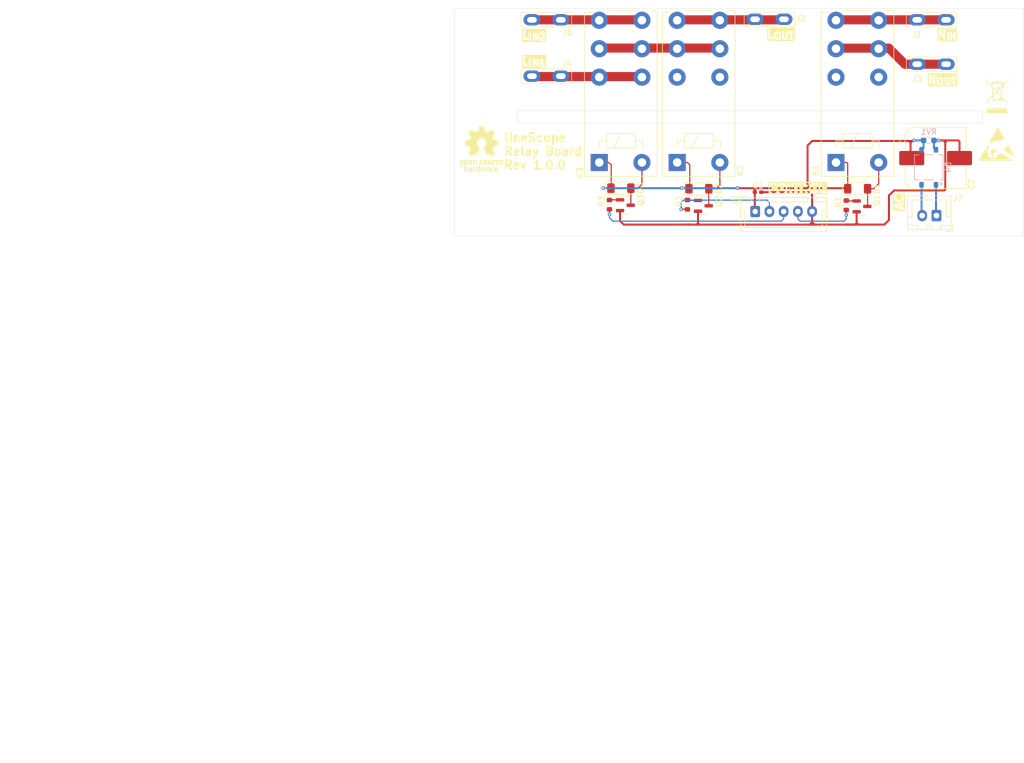
<source format=kicad_pcb>
(kicad_pcb (version 20240108) (generator "pcbnew") (generator_version "8.0")
  (title_block (title "lineScope Relay Board") (date "2024-03-21") (rev "1.0.0") (company "Koszalix"))
  (layers (0 "F.Cu" signal) (31 "B.Cu" signal) (34 "B.Paste" user) (35 "F.Paste" user) (36 "B.SilkS" user "B.Silkscreen") (37 "F.SilkS" user "F.Silkscreen") (38 "B.Mask" user) (39 "F.Mask" user) (44 "Edge.Cuts" user))
  (net 0 "")
  (net 1 "GND")
  (net 2 "VCC")
  (net 3 "Net-(D1-A)")
  (net 4 "Net-(D2-A)")
  (net 5 "/HV.N_{OUT}")
  (net 6 "/HV.L_{OUT}")
  (net 7 "/HV.L_{IN_{1}}")
  (net 8 "/HV.L_{IN2}")
  (net 11 "/HV.LS")
  (net 12 "/HV.N_{IN}")
  (net 15 "Net-(D3-A)")
  (net 16 "Net-(Q1-B)")
  (net 17 "Net-(Q2-B)")
  (net 18 "Net-(Q3-B)")
  (net 19 "/N_{EN}")
  (net 20 "/L_{EN}")
  (net 21 "/SEL")
  (net 22 "Net-(J7-Pin_1)")
  (net 23 "Net-(J7-Pin_2)")
  (footprint "Diode_SMD:D_MiniMELF" (layer "F.Cu") (at 169 87.8)
    (property "Reference" "D1" (at 3.4 0 90) (layer "F.SilkS"))
    (property "Value" "LL103A")
    (pad "1" smd roundrect (at -1.75 0) (size 1.3 1.7) (layers "F.Cu" "F.Paste" "F.Mask") (roundrect_rratio 0.1923076923) (net 2 "VCC"))
    (pad "2" smd roundrect (at 1.75 0) (size 1.3 1.7) (layers "F.Cu" "F.Paste" "F.Mask") (roundrect_rratio 0.1923076923) (net 3 "Net-(D1-A)"))
  )
  (footprint "Package_TO_SOT_SMD:SOT-23" (layer "F.Cu") (at 141.89 90.8)
    (property "Reference" "Q2" (at 2.71 -0.8 90) (layer "F.SilkS"))
    (property "Value" "BC847")
    (pad "1" smd roundrect (at -0.9375 -0.95) (size 1.475 0.6) (layers "F.Cu" "F.Paste" "F.Mask") (net 17 "Net-(Q2-B)"))
    (pad "2" smd roundrect (at -0.9375 0.95) (size 1.475 0.6) (layers "F.Cu" "F.Paste" "F.Mask") (net 1 "GND"))
    (pad "3" smd roundrect (at 0.9375 0) (size 1.475 0.6) (layers "F.Cu" "F.Paste" "F.Mask") (net 4 "Net-(D2-A)"))
  )
  (footprint "Capacitor_SMD:C_0402_1005Metric_Pad0.74x0.62mm_HandSolder" (layer "F.Cu") (at 151.5 88.4)
    (property "Reference" "C1" (at 0 -1.16 0) (layer "F.SilkS"))
    (property "Value" "100n")
    (pad "1" smd roundrect (at -0.5675 0) (size 0.735 0.62) (layers "F.Cu" "F.Paste" "F.Mask") (net 2 "VCC"))
    (pad "2" smd roundrect (at 0.5675 0) (size 0.735 0.62) (layers "F.Cu" "F.Paste" "F.Mask") (net 1 "GND"))
  )
  (footprint "Package_TO_SOT_SMD:SOT-23" (layer "F.Cu") (at 169.7625 90.9)
    (property "Reference" "Q1" (at 2.6375 -1.1 -90) (layer "F.SilkS"))
    (property "Value" "BC847")
    (pad "1" smd roundrect (at -0.9375 -0.95) (size 1.475 0.6) (layers "F.Cu" "F.Paste" "F.Mask") (net 16 "Net-(Q1-B)"))
    (pad "2" smd roundrect (at -0.9375 0.95) (size 1.475 0.6) (layers "F.Cu" "F.Paste" "F.Mask") (net 1 "GND"))
    (pad "3" smd roundrect (at 0.9375 0) (size 1.475 0.6) (layers "F.Cu" "F.Paste" "F.Mask") (net 3 "Net-(D1-A)"))
  )
  (footprint "Resistor_SMD:R_0603_1608Metric" (layer "F.Cu") (at 125.39 90.6 -90)
    (property "Reference" "R3" (at -0.6 1.39 90) (layer "F.SilkS"))
    (property "Value" "10k")
    (pad "1" smd roundrect (at -0.825 0 270) (size 0.8 0.95) (layers "F.Cu" "F.Paste" "F.Mask") (net 18 "Net-(Q3-B)"))
    (pad "2" smd roundrect (at 0.825 0 270) (size 0.8 0.95) (layers "F.Cu" "F.Paste" "F.Mask") (net 21 "/SEL"))
  )
  (footprint "Koszalix_Connectors_Tab:TE-1-726388-2" (layer "F.Cu") (at 153.51 58)
    (property "Reference" "J2" (at 5.5 -0.1 0) (layer "F.SilkS"))
    (property "Value" "~")
    (pad "1" thru_hole oval (at -2.54 0) (size 3 2) (drill oval 1.7 1) (layers "*.Cu" "*.Mask") (net 6 "/HV.L_{OUT}"))
    (pad "1" thru_hole oval (at 2.54 0) (size 3 2) (drill oval 1.7 1) (layers "*.Cu" "*.Mask") (net 6 "/HV.L_{OUT}"))
  )
  (footprint "Package_TO_SOT_SMD:SOT-23" (layer "F.Cu") (at 128.19 90.7)
    (property "Reference" "Q3" (at 2.71 -0.9 90) (layer "F.SilkS"))
    (property "Value" "BC847")
    (pad "1" smd roundrect (at -0.9375 -0.95) (size 1.475 0.6) (layers "F.Cu" "F.Paste" "F.Mask") (net 18 "Net-(Q3-B)"))
    (pad "2" smd roundrect (at -0.9375 0.95) (size 1.475 0.6) (layers "F.Cu" "F.Paste" "F.Mask") (net 1 "GND"))
    (pad "3" smd roundrect (at 0.9375 0) (size 1.475 0.6) (layers "F.Cu" "F.Paste" "F.Mask") (net 15 "Net-(D3-A)"))
  )
  (footprint "Koszalix_Connectors_Tab:TE-1-726388-2" (layer "F.Cu") (at 182.01 65.9)
    (property "Reference" "J3" (at -2.54 2.54 0) (layer "F.SilkS"))
    (property "Value" "~")
    (pad "1" thru_hole oval (at -2.54 0) (size 3 2) (drill oval 1.7 1) (layers "*.Cu" "*.Mask") (net 5 "/HV.N_{OUT}"))
    (pad "1" thru_hole oval (at 2.54 0) (size 3 2) (drill oval 1.7 1) (layers "*.Cu" "*.Mask") (net 5 "/HV.N_{OUT}"))
  )
  (footprint "MountingHole:MountingHole_3.2mm_M3" (layer "F.Cu") (at 193.11 61.1)
    (property "Reference" "H2" (hide yes))
    (property "Value" "MountingHole")
    (pad "" np_thru_hole circle (at 0 0) (size 3.2 3.2) (drill 3.2) (layers "*.Cu" "*.Mask"))
  )
  (footprint "Capacitor_SMD:CP_Elec_10x10.5" (layer "F.Cu") (at 182.7 82.4)
    (property "Reference" "C2" (at 6.3 4.6 90) (layer "F.SilkS"))
    (property "Value" "470u")
    (pad "1" smd roundrect (at -4.2 0) (size 4.4 2.5) (layers "F.Cu" "F.Paste" "F.Mask") (roundrect_rratio 0.1) (net 2 "VCC"))
    (pad "2" smd roundrect (at 4.2 0) (size 4.4 2.5) (layers "F.Cu" "F.Paste" "F.Mask") (roundrect_rratio 0.1) (net 1 "GND"))
  )
  (footprint "Symbol:OSHW-Logo_7.5x8mm_SilkScreen" (layer "F.Cu") (at 102.91 80.8)
    (property "Reference" "REF**" (hide yes))
    (property "Value" "OSHW-Logo_7.5x8mm_SilkScreen" (hide yes))
  )
  (footprint "Resistor_SMD:R_0603_1608Metric" (layer "F.Cu") (at 167 90.7 -90)
    (property "Reference" "R1" (at -0.6 1.4 90) (layer "F.SilkS"))
    (property "Value" "10k")
    (pad "1" smd roundrect (at -0.825 0 270) (size 0.8 0.95) (layers "F.Cu" "F.Paste" "F.Mask") (net 16 "Net-(Q1-B)"))
    (pad "2" smd roundrect (at 0.825 0 270) (size 0.8 0.95) (layers "F.Cu" "F.Paste" "F.Mask") (net 19 "/N_{EN}"))
  )
  (footprint "Resistor_SMD:R_0603_1608Metric" (layer "F.Cu") (at 139.09 90.6 -90)
    (property "Reference" "R2" (at -0.6 1.39 90) (layer "F.SilkS"))
    (property "Value" "10k")
    (pad "1" smd roundrect (at -0.825 0 270) (size 0.8 0.95) (layers "F.Cu" "F.Paste" "F.Mask") (net 17 "Net-(Q2-B)"))
    (pad "2" smd roundrect (at 0.825 0 270) (size 0.8 0.95) (layers "F.Cu" "F.Paste" "F.Mask") (net 20 "/L_{EN}"))
  )
  (footprint "Diode_SMD:D_MiniMELF" (layer "F.Cu") (at 127.4 87.7)
    (property "Reference" "D3" (at 3.4 0 90) (layer "F.SilkS"))
    (property "Value" "LL103A")
    (pad "1" smd roundrect (at -1.75 0) (size 1.3 1.7) (layers "F.Cu" "F.Paste" "F.Mask") (roundrect_rratio 0.1923076923) (net 2 "VCC"))
    (pad "2" smd roundrect (at 1.75 0) (size 1.3 1.7) (layers "F.Cu" "F.Paste" "F.Mask") (roundrect_rratio 0.1923076923) (net 15 "Net-(D3-A)"))
  )
  (footprint "Koszalix_Relays:RM85_Socket" (layer "F.Cu") (at 169.01 72.1 90)
    (property "Reference" "K1" (at -12.5 -7.41 90) (layer "F.SilkS"))
    (property "Value" "RM85-1011-35-1012")
    (pad "11" thru_hole circle (at 8.92 -3.81 90) (size 3 3) (drill 1.5) (layers "*.Cu" "*.Mask") (net 5 "/HV.N_{OUT}"))
    (pad "12" thru_hole circle (at 3.92 -3.81 90) (size 3 3) (drill 1.5) (layers "*.Cu" "*.Mask"))
    (pad "14" thru_hole circle (at 13.92 -3.81 90) (size 3 3) (drill 1.5) (layers "*.Cu" "*.Mask") (net 12 "/HV.N_{IN}"))
    (pad "21" thru_hole circle (at 8.92 3.69 90) (size 3 3) (drill 1.5) (layers "*.Cu" "*.Mask") (net 5 "/HV.N_{OUT}"))
    (pad "22" thru_hole circle (at 3.92 3.69 90) (size 3 3) (drill 1.5) (layers "*.Cu" "*.Mask"))
    (pad "24" thru_hole circle (at 13.92 3.69 90) (size 3 3) (drill 1.5) (layers "*.Cu" "*.Mask") (net 12 "/HV.N_{IN}"))
    (pad "A1" thru_hole rect (at -11.08 -3.81 90) (size 3 3) (drill 1.5) (layers "*.Cu" "*.Mask") (net 2 "VCC"))
    (pad "A2" thru_hole circle (at -11.08 3.69 90) (size 3 3) (drill 1.5) (layers "*.Cu" "*.Mask") (net 3 "Net-(D1-A)"))
  )
  (footprint "Koszalix_Relays:RM85_Socket" (layer "F.Cu") (at 127.41 72.1 90)
    (property "Reference" "K3" (at -12.9 -7.21 90) (layer "F.SilkS"))
    (property "Value" "RM85-1011-35-1012")
    (pad "11" thru_hole circle (at 8.92 -3.81 90) (size 3 3) (drill 1.5) (layers "*.Cu" "*.Mask") (net 11 "/HV.LS"))
    (pad "12" thru_hole circle (at 3.92 -3.81 90) (size 3 3) (drill 1.5) (layers "*.Cu" "*.Mask") (net 7 "/HV.L_{IN_{1}}"))
    (pad "14" thru_hole circle (at 13.92 -3.81 90) (size 3 3) (drill 1.5) (layers "*.Cu" "*.Mask") (net 8 "/HV.L_{IN2}"))
    (pad "21" thru_hole circle (at 8.92 3.69 90) (size 3 3) (drill 1.5) (layers "*.Cu" "*.Mask") (net 11 "/HV.LS"))
    (pad "22" thru_hole circle (at 3.92 3.69 90) (size 3 3) (drill 1.5) (layers "*.Cu" "*.Mask") (net 7 "/HV.L_{IN_{1}}"))
    (pad "24" thru_hole circle (at 13.92 3.69 90) (size 3 3) (drill 1.5) (layers "*.Cu" "*.Mask") (net 8 "/HV.L_{IN2}"))
    (pad "A1" thru_hole rect (at -11.08 -3.81 90) (size 3 3) (drill 1.5) (layers "*.Cu" "*.Mask") (net 2 "VCC"))
    (pad "A2" thru_hole circle (at -11.08 3.69 90) (size 3 3) (drill 1.5) (layers "*.Cu" "*.Mask") (net 15 "Net-(D3-A)"))
  )
  (footprint "Koszalix_Connectors_Tab:TE-1-726388-2" (layer "F.Cu") (at 114.31 68)
    (property "Reference" "J4" (at 3.6 -2.2 0) (layer "F.SilkS"))
    (property "Value" "~")
    (pad "1" thru_hole oval (at -2.54 0) (size 3 2) (drill oval 1.7 1) (layers "*.Cu" "*.Mask") (net 7 "/HV.L_{IN_{1}}"))
    (pad "1" thru_hole oval (at 2.54 0) (size 3 2) (drill oval 1.7 1) (layers "*.Cu" "*.Mask") (net 7 "/HV.L_{IN_{1}}"))
  )
  (footprint "Koszalix_Connectors_Tab:TE-1-726388-2" (layer "F.Cu") (at 182.01 58.1)
    (property "Reference" "J1" (at -2.54 2.54 0) (layer "F.SilkS"))
    (property "Value" "~")
    (pad "1" thru_hole oval (at -2.54 0) (size 3 2) (drill oval 1.7 1) (layers "*.Cu" "*.Mask") (net 12 "/HV.N_{IN}"))
    (pad "1" thru_hole oval (at 2.54 0) (size 3 2) (drill oval 1.7 1) (layers "*.Cu" "*.Mask") (net 12 "/HV.N_{IN}"))
  )
  (footprint "Connector_JST:JST_XH_B2B-XH-A_1x02_P2.50mm_Vertical" (layer "F.Cu") (at 182.85 92.525 180)
    (property "Reference" "J7" (at -3.75 3.025 180) (layer "F.SilkS"))
    (property "Value" "Conn_01x02")
    (pad "1" thru_hole roundrect (at 0 0 180) (size 1.7 2) (drill 1) (layers "*.Cu" "*.Mask") (roundrect_rratio 0.147059) (net 22 "Net-(J7-Pin_1)"))
    (pad "2" thru_hole oval (at 2.5 0 180) (size 1.7 2) (drill 1) (layers "*.Cu" "*.Mask") (net 23 "Net-(J7-Pin_2)"))
  )
  (footprint "Connector_JST:JST_XH_B5B-XH-A_1x05_P2.50mm_Vertical" (layer "F.Cu") (at 151 91.8)
    (property "Reference" "J5" (at -3.7 -2 90) (layer "F.SilkS"))
    (property "Value" "Conn_01x05")
    (pad "1" thru_hole roundrect (at 0 0) (size 1.7 1.95) (drill 0.95) (layers "*.Cu" "*.Mask") (roundrect_rratio 0.147059) (net 2 "VCC"))
    (pad "2" thru_hole oval (at 2.5 0) (size 1.7 1.95) (drill 0.95) (layers "*.Cu" "*.Mask") (net 20 "/L_{EN}"))
    (pad "3" thru_hole oval (at 5 0) (size 1.7 1.95) (drill 0.95) (layers "*.Cu" "*.Mask") (net 21 "/SEL"))
    (pad "4" thru_hole oval (at 7.5 0) (size 1.7 1.95) (drill 0.95) (layers "*.Cu" "*.Mask") (net 19 "/N_{EN}"))
    (pad "5" thru_hole oval (at 10 0) (size 1.7 1.95) (drill 0.95) (layers "*.Cu" "*.Mask") (net 1 "GND"))
  )
  (footprint "MountingHole:MountingHole_3.2mm_M3" (layer "F.Cu") (at 103.11 61.1)
    (property "Reference" "H4" (hide yes))
    (property "Value" "MountingHole")
    (pad "" np_thru_hole circle (at 0 0) (size 3.2 3.2) (drill 3.2) (layers "*.Cu" "*.Mask"))
  )
  (footprint "Symbol:WEEE-Logo_4.2x6mm_SilkScreen" (layer "F.Cu") (at 193.5 71.5)
    (property "Reference" "REF**" (hide yes))
    (property "Value" "WEEE-Logo_4.2x6mm_SilkScreen" (hide yes))
  )
  (footprint "Koszalix_Connectors_Tab:TE-1-726388-2" (layer "F.Cu") (at 114.31 58.1)
    (property "Reference" "J6" (at 3.7 2.2 0) (layer "F.SilkS"))
    (property "Value" "~")
    (pad "1" thru_hole oval (at -2.54 0) (size 3 2) (drill oval 1.7 1) (layers "*.Cu" "*.Mask") (net 8 "/HV.L_{IN2}"))
    (pad "1" thru_hole oval (at 2.54 0) (size 3 2) (drill oval 1.7 1) (layers "*.Cu" "*.Mask") (net 8 "/HV.L_{IN2}"))
  )
  (footprint "Symbol:ESD-Logo_6.6x6mm_SilkScreen" (layer "F.Cu") (at 193.5 79.9)
    (property "Reference" "REF**" (hide yes))
    (property "Value" "ESD-Logo_6.6x6mm_SilkScreen" (hide yes))
  )
  (footprint "Koszalix_Relays:RM85_Socket" (layer "F.Cu") (at 141.1 72.1 90)
    (property "Reference" "K2" (at -12.5 7.3 90) (layer "F.SilkS"))
    (property "Value" "RM85-1011-35-1012")
    (pad "11" thru_hole circle (at 8.92 -3.81 90) (size 3 3) (drill 1.5) (layers "*.Cu" "*.Mask") (net 11 "/HV.LS"))
    (pad "12" thru_hole circle (at 3.92 -3.81 90) (size 3 3) (drill 1.5) (layers "*.Cu" "*.Mask"))
    (pad "14" thru_hole circle (at 13.92 -3.81 90) (size 3 3) (drill 1.5) (layers "*.Cu" "*.Mask") (net 6 "/HV.L_{OUT}"))
    (pad "21" thru_hole circle (at 8.92 3.69 90) (size 3 3) (drill 1.5) (layers "*.Cu" "*.Mask") (net 11 "/HV.LS"))
    (pad "22" thru_hole circle (at 3.92 3.69 90) (size 3 3) (drill 1.5) (layers "*.Cu" "*.Mask"))
    (pad "24" thru_hole circle (at 13.92 3.69 90) (size 3 3) (drill 1.5) (layers "*.Cu" "*.Mask") (net 6 "/HV.L_{OUT}"))
    (pad "A1" thru_hole rect (at -11.08 -3.81 90) (size 3 3) (drill 1.5) (layers "*.Cu" "*.Mask") (net 2 "VCC"))
    (pad "A2" thru_hole circle (at -11.08 3.69 90) (size 3 3) (drill 1.5) (layers "*.Cu" "*.Mask") (net 4 "Net-(D2-A)"))
  )
  (footprint "MountingHole:MountingHole_3.2mm_M3" (layer "F.Cu") (at 193.11 91.1)
    (property "Reference" "H1" (hide yes))
    (property "Value" "MountingHole")
    (pad "" np_thru_hole circle (at 0 0) (size 3.2 3.2) (drill 3.2) (layers "*.Cu" "*.Mask"))
  )
  (footprint "MountingHole:MountingHole_3.2mm_M3" (layer "F.Cu") (at 155.11 68.1)
    (property "Reference" "H5" (hide yes))
    (property "Value" "MountingHole")
    (pad "" np_thru_hole circle (at 0 0) (size 3.2 3.2) (drill 3.2) (layers "*.Cu" "*.Mask"))
  )
  (footprint "Diode_SMD:D_MiniMELF" (layer "F.Cu") (at 141.1 87.8)
    (property "Reference" "D2" (at 3.5 0 90) (layer "F.SilkS"))
    (property "Value" "LL103A")
    (pad "1" smd roundrect (at -1.75 0) (size 1.3 1.7) (layers "F.Cu" "F.Paste" "F.Mask") (roundrect_rratio 0.1923076923) (net 2 "VCC"))
    (pad "2" smd roundrect (at 1.75 0) (size 1.3 1.7) (layers "F.Cu" "F.Paste" "F.Mask") (roundrect_rratio 0.1923076923) (net 4 "Net-(D2-A)"))
  )
  (footprint "MountingHole:MountingHole_3.2mm_M3" (layer "F.Cu") (at 103.11 91.1)
    (property "Reference" "H3" (hide yes))
    (property "Value" "MountingHole")
    (pad "" np_thru_hole circle (at 0 0) (size 3.2 3.2) (drill 3.2) (layers "*.Cu" "*.Mask"))
  )
  (footprint "Package_TO_SOT_SMD:TO-269AA" (layer "B.Cu") (at 181.5 84.025 90)
    (property "Reference" "D4" (at 0 3.4 -90) (layer "B.SilkS") (effects (justify mirror)))
    (property "Value" "MB2S")
    (pad "1" smd roundrect (at -3.075 1.27 90) (size 1 0.8) (layers "B.Cu" "B.Paste" "B.Mask") (net 22 "Net-(J7-Pin_1)"))
    (pad "2" smd roundrect (at -3.075 -1.27 90) (size 1 0.8) (layers "B.Cu" "B.Paste" "B.Mask") (net 23 "Net-(J7-Pin_2)"))
    (pad "3" smd roundrect (at 3.075 -1.27 90) (size 1 0.8) (layers "B.Cu" "B.Paste" "B.Mask") (net 2 "VCC"))
    (pad "4" smd roundrect (at 3.075 1.27 90) (size 1 0.8) (layers "B.Cu" "B.Paste" "B.Mask") (net 1 "GND"))
  )
  (footprint "Resistor_SMD:R_0603_1608Metric_Pad0.98x0.95mm_HandSolder" (layer "B.Cu") (at 181.5 79.3)
    (property "Reference" "RV1" (at 0 -1.5 0) (layer "B.SilkS") (effects (justify mirror)))
    (property "Value" "MCVZ0603M180AGT")
    (pad "1" smd roundrect (at -0.9125 0) (size 0.975 0.95) (layers "B.Cu" "B.Paste" "B.Mask") (net 2 "VCC"))
    (pad "2" smd roundrect (at 0.9125 0) (size 0.975 0.95) (layers "B.Cu" "B.Paste" "B.Mask") (net 1 "GND"))
  )
  (gr_rect (start 109.21 74.1) (end 190.91 76.3) (stroke (width 0.05)) (fill none) (layer "Edge.Cuts"))
  (gr_rect (start 98.11 56.1) (end 198.11 96.1) (stroke (width 0.05)) (fill none) (layer "Edge.Cuts"))
  (gr_text "AC" (at 177.2 91.7 90) (layer "F.SilkS" knockout) (effects (font (size 1.5 1.5) (thickness 0.3) (bold yes)) (justify left bottom)))
  (gr_text "lineScope\nRelay Board\nRev 1.0.0" (at 106.71 84.5 0) (layer "F.SilkS") (effects (font (size 1.5 1.5) (thickness 0.3) (bold yes)) (justify left bottom)))
  (gr_text "L_{OUT}" (at 152.91 61.5 0) (layer "F.SilkS" knockout) (effects (font (size 1.5 1.5) (thickness 0.3) (bold yes)) (justify left bottom)))
  (gr_text "N_{IN}" (at 182.81 61.6 0) (layer "F.SilkS" knockout) (effects (font (size 1.5 1.5) (thickness 0.3) (bold yes)) (justify left bottom)))
  (gr_text "L_{IN1}" (at 109.81 66.3 0) (layer "F.SilkS" knockout) (effects (font (size 1.5 1.5) (thickness 0.3) (bold yes)) (justify left bottom)))
  (gr_text "CONTROL" (at 153.2 88.6 0) (layer "F.SilkS" knockout) (effects (font (size 1.5 1.5) (thickness 0.3) (bold yes)) (justify left bottom)))
  (gr_text "L_{IN2}" (at 109.81 61.7 0) (layer "F.SilkS" knockout) (effects (font (size 1.5 1.5) (thickness 0.3) (bold yes)) (justify left bottom)))
  (gr_text "N_{OUT}" (at 181.11 69.5 0) (layer "F.SilkS" knockout) (effects (font (size 1.5 1.5) (thickness 0.3) (bold yes)) (justify left bottom)))
  (segment (start 184.7 79.3) (end 184.8 79.3) (width 0.35) (layer "F.Cu") (net 1))
  (segment (start 140.9525 93.8475) (end 140.7 94.1) (width 0.35) (layer "F.Cu") (net 1))
  (segment (start 139.5 94.1) (end 127.9 94.1) (width 0.35) (layer "F.Cu") (net 1))
  (segment (start 184.4 79.3) (end 184.4 79.6) (width 0.35) (layer "F.Cu") (net 1))
  (segment (start 183.3 79.3) (end 184.1 79.3) (width 0.35) (layer "F.Cu") (net 1))
  (segment (start 184.4 79.6) (end 184.1 79.3) (width 0.35) (layer "F.Cu") (net 1))
  (segment (start 186.9 79.5) (end 186.9 82.4) (width 0.35) (layer "F.Cu") (net 1))
  (segment (start 140.9525 93.8475) (end 140.9525 93.8525) (width 0.35) (layer "F.Cu") (net 1))
  (segment (start 160.6 94.1) (end 141.2 94.1) (width 0.35) (layer "F.Cu") (net 1))
  (segment (start 160.8 94.1) (end 161.2 94.1) (width 0.35) (layer "F.Cu") (net 1))
  (segment (start 152.0675 88.4) (end 152.9 88.4) (width 0.35) (layer "F.Cu") (net 1))
  (segment (start 140.9525 93.8525) (end 141.2 94.1) (width 0.35) (layer "F.Cu") (net 1))
  (segment (start 173.7 94.1) (end 174.5 93.3) (width 0.35) (layer "F.Cu") (net 1))
  (segment (start 127.2525 93.4525) (end 127.2525 91.65) (width 0.35) (layer "F.Cu") (net 1))
  (segment (start 161 93.7) (end 161 91.8) (width 0.35) (layer "F.Cu") (net 1))
  (segment (start 168.55 94.1) (end 168.825 93.825) (width 0.35) (layer "F.Cu") (net 1))
  (segment (start 174.5 89) (end 174.5 90.9) (width 0.35) (layer "F.Cu") (net 1))
  (segment (start 168.825 91.85) (end 168.825 93.825) (width 0.35) (layer "F.Cu") (net 1))
  (segment (start 127.9 94.1) (end 127.2525 93.4525) (width 0.35) (layer "F.Cu") (net 1))
  (segment (start 161.4 94.1) (end 161.5 94.1) (width 0.35) (layer "F.Cu") (net 1))
  (segment (start 161 92.1) (end 161 92.6) (width 0.35) (layer "F.Cu") (net 1))
  (segment (start 184.4 79.3) (end 184.8 79.3) (width 0.35) (layer "F.Cu") (net 1))
  (segment (start 161 88.8) (end 161 91.8) (width 0.35) (layer "F.Cu") (net 1))
  (segment (start 152.9 88.4) (end 160.6 88.4) (width 0.35) (layer "F.Cu") (net 1))
  (segment (start 160.6 88.4) (end 161 88.8) (width 0.35) (layer "F.Cu") (net 1))
  (segment (start 161.2 94.1) (end 161.5 94.1) (width 0.35) (layer "F.Cu") (net 1))
  (segment (start 161.2 94.1) (end 161.2 93.9) (width 0.35) (layer "F.Cu") (net 1))
  (segment (start 184.2 88.1) (end 183.4 88.1) (width 0.35) (layer "F.Cu") (net 1))
  (segment (start 167 94.1) (end 169.2 94.1) (width 0.35) (layer "F.Cu") (net 1))
  (segment (start 169.2 94.1) (end 173.7 94.1) (width 0.35) (layer "F.Cu") (net 1))
  (segment (start 141.2 94.1) (end 140.7 94.1) (width 0.35) (layer "F.Cu") (net 1))
  (segment (start 175.4 88.1) (end 174.5 89) (width 0.35) (layer "F.Cu") (net 1))
  (segment (start 183.4 88.1) (end 175.4 88.1) (width 0.35) (layer "F.Cu") (net 1))
  (segment (start 161.2 93.9) (end 161 93.7) (width 0.35) (layer "F.Cu") (net 1))
  (segment (start 140.7 94.1) (end 139.1 94.1) (width 0.35) (layer "F.Cu") (net 1))
  (segment (start 184.4 79.6) (end 184.7 79.3) (width 0.35) (layer "F.Cu") (net 1))
  (segment (start 184.8 79.3) (end 186.7 79.3) (width 0.35) (layer "F.Cu") (net 1))
  (segment (start 161 93.7) (end 160.6 94.1) (width 0.35) (layer "F.Cu") (net 1))
  (segment (start 140.9525 91.75) (end 140.9525 93.8475) (width 0.35) (layer "F.Cu") (net 1))
  (segment (start 184.4 79.6) (end 184.4 87.9) (width 0.35) (layer "F.Cu") (net 1))
  (segment (start 184.4 87.9) (end 184.2 88.1) (width 0.35) (layer "F.Cu") (net 1))
  (segment (start 168.825 93.825) (end 169.1 94.1) (width 0.35) (layer "F.Cu") (net 1))
  (segment (start 161.5 94.1) (end 167 94.1) (width 0.35) (layer "F.Cu") (net 1))
  (segment (start 174.5 90.9) (end 174.5 93.3) (width 0.35) (layer "F.Cu") (net 1))
  (segment (start 184.1 79.3) (end 184.4 79.3) (width 0.35) (layer "F.Cu") (net 1))
  (segment (start 186.7 79.3) (end 186.9 79.5) (width 0.35) (layer "F.Cu") (net 1))
  (segment (start 167 94.1) (end 168.55 94.1) (width 0.35) (layer "F.Cu") (net 1))
  (segment (start 161 93.7) (end 161.4 94.1) (width 0.35) (layer "F.Cu") (net 1))
  (segment (start 160.9 94.1) (end 160.6 94.1) (width 0.35) (layer "F.Cu") (net 1))
  (via (at 183.3 79.3) (size 0.6) (drill 0.3) (layers "F.Cu" "B.Cu") (net 1))
  (segment (start 182.4125 79.3) (end 182.4125 80.5925) (width 0.35) (layer "B.Cu") (net 1))
  (segment (start 182.4125 80.5925) (end 182.77 80.95) (width 0.35) (layer "B.Cu") (net 1))
  (segment (start 182.4125 79.3) (end 183.3 79.3) (width 0.35) (layer "B.Cu") (net 1))
  (segment (start 178.3 79.9) (end 178.3 79.4) (width 0.35) (layer "F.Cu") (net 2))
  (segment (start 150.9325 87.9675) (end 151.2 87.7) (width 0.35) (layer "F.Cu") (net 2))
  (segment (start 178.3 79.4) (end 178 79.4) (width 0.35) (layer "F.Cu") (net 2))
  (segment (start 125.7 87.65) (end 125.65 87.7) (width 0.2) (layer "F.Cu") (net 2))
  (segment (start 160.2 87.4) (end 159.9 87.7) (width 0.35) (layer "F.Cu") (net 2))
  (segment (start 150.9325 91.7325) (end 151 91.8) (width 0.35) (layer "F.Cu") (net 2))
  (segment (start 125.65 87.7) (end 124.3 87.7) (width 0.35) (layer "F.Cu") (net 2))
  (segment (start 160.5 87.7) (end 160.6 87.7) (width 0.35) (layer "F.Cu") (net 2))
  (segment (start 147.9 87.7) (end 150.7 87.7) (width 0.35) (layer "F.Cu") (net 2))
  (segment (start 125.7 83.6) (end 125.7 87.65) (width 0.2) (layer "F.Cu") (net 2))
  (segment (start 178 79.4) (end 177.6 79.4) (width 0.35) (layer "F.Cu") (net 2))
  (segment (start 178.6 79.4) (end 177.6 79.4) (width 0.35) (layer "F.Cu") (net 2))
  (segment (start 177.6 79.4) (end 161 79.4) (width 0.35) (layer "F.Cu") (net 2))
  (segment (start 123.6 83.18) (end 125.28 83.18) (width 0.2) (layer "F.Cu") (net 2))
  (segment (start 178.3 82.2) (end 178.3 79.9) (width 0.35) (layer "F.Cu") (net 2))
  (segment (start 138.2 87.8) (end 138.1 87.7) (width 0.2) (layer "F.Cu") (net 2))
  (segment (start 124.06 83.54) (end 123.6 83.08) (width 0.2) (layer "F.Cu") (net 2))
  (segment (start 150.9325 87.9675) (end 150.9325 87.9325) (width 0.35) (layer "F.Cu") (net 2))
  (segment (start 178.5 82.4) (end 178.3 82.2) (width 0.35) (layer "F.Cu") (net 2))
  (segment (start 178.9 79.3) (end 178.8 79.4) (width 0.35) (layer "F.Cu") (net 2))
  (segment (start 150.7 87.7) (end 151.2 87.7) (width 0.35) (layer "F.Cu") (net 2))
  (segment (start 161 79.4) (end 160.2 80.2) (width 0.35) (layer "F.Cu") (net 2))
  (segment (start 139.08 83.18) (end 137.29 83.18) (width 0.2) (layer "F.Cu") (net 2))
  (segment (start 150.9325 88.4) (end 150.9325 91.7325) (width 0.35) (layer "F.Cu") (net 2))
  (segment (start 160.2 87.4) (end 160.5 87.7) (width 0.35) (layer "F.Cu") (net 2))
  (segment (start 178.3 79.9) (end 178.3 79.7) (width 0.35) (layer "F.Cu") (net 2))
  (segment (start 139.5 83.6) (end 139.08 83.18) (width 0.2) (layer "F.Cu") (net 2))
  (segment (start 139.45 87.7) (end 139.5 87.65) (width 0.2) (layer "F.Cu") (net 2))
  (segment (start 138.1 87.7) (end 139.25 87.7) (width 0.35) (layer "F.Cu") (net 2))
  (segment (start 167.08 83.18) (end 167.25 83.35) (width 0.2) (layer "F.Cu") (net 2))
  (segment (start 139.5 87.65) (end 139.5 83.6) (width 0.2) (layer "F.Cu") (net 2))
  (segment (start 159.9 87.7) (end 160.6 87.7) (width 0.35) (layer "F.Cu") (net 2))
  (segment (start 178.3 79.7) (end 178.6 79.4) (width 0.35) (layer "F.Cu") (net 2))
  (segment (start 167.25 83.35) (end 167.25 87.8) (width 0.2) (layer "F.Cu") (net 2))
  (segment (start 125.28 83.18) (end 125.7 83.6) (width 0.2) (layer "F.Cu") (net 2))
  (segment (start 167.15 87.7) (end 167.25 87.8) (width 0.35) (layer "F.Cu") (net 2))
  (segment (start 139.25 87.7) (end 139.35 87.8) (width 0.35) (layer "F.Cu") (net 2))
  (segment (start 160.2 80.2) (end 160.2 87.4) (width 0.35) (layer "F.Cu") (net 2))
  (segment (start 151.2 87.7) (end 159.9 87.7) (width 0.35) (layer "F.Cu") (net 2))
  (segment (start 178.8 79.4) (end 178.6 79.4) (width 0.35) (layer "F.Cu") (net 2))
  (segment (start 178.3 79.7) (end 178 79.4) (width 0.35) (layer "F.Cu") (net 2))
  (segment (start 165.2 83.18) (end 167.08 83.18) (width 0.2) (layer "F.Cu") (net 2))
  (segment (start 150.9325 87.9325) (end 150.7 87.7) (width 0.35) (layer "F.Cu") (net 2))
  (segment (start 160.6 87.7) (end 167.15 87.7) (width 0.35) (layer "F.Cu") (net 2))
  (segment (start 150.9325 88.4) (end 150.9325 87.9675) (width 0.35) (layer "F.Cu") (net 2))
  (via (at 138.1 87.7) (size 0.6) (drill 0.3) (layers "F.Cu" "B.Cu") (net 2))
  (via (at 147.9 87.7) (size 0.6) (drill 0.3) (layers "F.Cu" "B.Cu") (net 2))
  (via (at 178.9 79.3) (size 0.6) (drill 0.3) (layers "F.Cu" "B.Cu") (net 2))
  (via (at 124.3 87.7) (size 0.6) (drill 0.3) (layers "F.Cu" "B.Cu") (net 2))
  (segment (start 180.5875 79.3) (end 180.5875 80.5925) (width 0.35) (layer "B.Cu") (net 2))
  (segment (start 180.5875 80.5925) (end 180.23 80.95) (width 0.35) (layer "B.Cu") (net 2))
  (segment (start 180.1875 79.3) (end 178.9 79.3) (width 0.35) (layer "B.Cu") (net 2))
  (segment (start 147.9 87.7) (end 138.1 87.7) (width 0.35) (layer "B.Cu") (net 2))
  (segment (start 124.3 87.7) (end 138.1 87.7) (width 0.35) (layer "B.Cu") (net 2))
  (segment (start 180.1875 80.9225) (end 180.16 80.95) (width 0.35) (layer "B.Cu") (net 2))
  (segment (start 170.75 87.8) (end 170.75 90.85) (width 0.2) (layer "F.Cu") (net 3))
  (segment (start 172.7 86.9) (end 171.8 87.8) (width 0.2) (layer "F.Cu") (net 3))
  (segment (start 172.7 83.18) (end 172.7 86.9) (width 0.2) (layer "F.Cu") (net 3))
  (segment (start 170.75 90.85) (end 170.7 90.9) (width 0.2) (layer "F.Cu") (net 3))
  (segment (start 171.8 87.8) (end 170.75 87.8) (width 0.2) (layer "F.Cu") (net 3))
  (segment (start 142.8275 90.8) (end 142.8275 87.8225) (width 0.2) (layer "F.Cu") (net 4))
  (segment (start 144.79 86.29) (end 144.79 83.06) (width 0.2) (layer "F.Cu") (net 4))
  (segment (start 144.8 87.1) (end 144.8 86.3) (width 0.2) (layer "F.Cu") (net 4))
  (segment (start 142.8275 87.8225) (end 142.85 87.8) (width 0.2) (layer "F.Cu") (net 4))
  (segment (start 142.85 87.8) (end 144.1 87.8) (width 0.2) (layer "F.Cu") (net 4))
  (segment (start 144.1 87.8) (end 144.8 87.1) (width 0.2) (layer "F.Cu") (net 4))
  (segment (start 144.8 86.3) (end 144.79 86.29) (width 0.2) (layer "F.Cu") (net 4))
  (segment (start 174.488226 63.08) (end 177.308226 65.9) (width 1.6) (layer "F.Cu") (net 5))
  (segment (start 165.2 63.08) (end 174.488226 63.08) (width 1.6) (layer "F.Cu") (net 5))
  (segment (start 177.308226 65.9) (end 184.55 65.9) (width 1.6) (layer "F.Cu") (net 5))
  (segment (start 156.65 58.1) (end 137.33 58.1) (width 1.6) (layer "F.Cu") (net 6))
  (segment (start 137.33 58.1) (end 137.29 58.06) (width 1.6) (layer "F.Cu") (net 6))
  (segment (start 111.79 68.08) (end 111.77 68.1) (width 1.6) (layer "F.Cu") (net 7))
  (segment (start 131.1 68.08) (end 111.79 68.08) (width 1.6) (layer "F.Cu") (net 7))
  (segment (start 131.08 58.1) (end 131.1 58.08) (width 1.6) (layer "F.Cu") (net 8))
  (segment (start 111.77 58.1) (end 131.08 58.1) (width 1.6) (layer "F.Cu") (net 8))
  (segment (start 144.79 63.06) (end 123.62 63.06) (width 1.6) (layer "F.Cu") (net 11))
  (segment (start 123.62 63.06) (end 123.6 63.08) (width 1.6) (layer "F.Cu") (net 11))
  (segment (start 165.22 58.1) (end 165.2 58.08) (width 1.6) (layer "F.Cu") (net 12))
  (segment (start 184.55 58.1) (end 165.22 58.1) (width 1.6) (layer "F.Cu") (net 12))
  (segment (start 130.4 87.7) (end 129.15 87.7) (width 0.2) (layer "F.Cu") (net 15))
  (segment (start 129.15 87.7) (end 129.15 90.6775) (width 0.2) (layer "F.Cu") (net 15))
  (segment (start 131.1 83.18) (end 131.1 87) (width 0.2) (layer "F.Cu") (net 15))
  (segment (start 131.1 87) (end 130.4 87.7) (width 0.2) (layer "F.Cu") (net 15))
  (segment (start 129.15 90.6775) (end 129.1275 90.7) (width 0.2) (layer "F.Cu") (net 15))
  (segment (start 168.825 89.95) (end 167.075 89.95) (width 0.2) (layer "F.Cu") (net 16))
  (segment (start 167.075 89.95) (end 167 89.875) (width 0.2) (layer "F.Cu") (net 16))
  (segment (start 140.9525 89.85) (end 139.165 89.85) (width 0.2) (layer "F.Cu") (net 17))
  (segment (start 139.165 89.85) (end 139.09 89.775) (width 0.2) (layer "F.Cu") (net 17))
  (segment (start 125.415 89.75) (end 125.39 89.775) (width 0.2) (layer "F.Cu") (net 18))
  (segment (start 127.2525 89.75) (end 125.415 89.75) (width 0.2) (layer "F.Cu") (net 18))
  (segment (start 167 92.4) (end 167 91.525) (width 0.2) (layer "F.Cu") (net 19))
  (via (at 167 92.4) (size 0.6) (drill 0.3) (layers "F.Cu" "B.Cu") (net 19))
  (segment (start 158.5 93.1) (end 158.5 91.8) (width 0.2) (layer "B.Cu") (net 19))
  (segment (start 158.5 91.1) (end 158.9 91.5) (width 0.2) (layer "B.Cu") (net 19))
  (segment (start 158.9 93.5) (end 158.5 93.1) (width 0.2) (layer "B.Cu") (net 19))
  (segment (start 167 92.4) (end 167 93.1) (width 0.2) (layer "B.Cu") (net 19))
  (segment (start 166.6 93.5) (end 158.9 93.5) (width 0.2) (layer "B.Cu") (net 19))
  (segment (start 167 93.1) (end 166.6 93.5) (width 0.2) (layer "B.Cu") (net 19))
  (segment (start 139.065 91.4) (end 139.09 91.425) (width 0.2) (layer "F.Cu") (net 20))
  (segment (start 138 91.4) (end 139.065 91.4) (width 0.2) (layer "F.Cu") (net 20))
  (via (at 138 91.4) (size 0.6) (drill 0.3) (layers "F.Cu" "B.Cu") (net 20))
  (segment (start 153.2 91.4) (end 153.5 91.1) (width 0.2) (layer "B.Cu") (net 20))
  (segment (start 138 90.2) (end 138 91.4) (width 0.2) (layer "B.Cu") (net 20))
  (segment (start 153.5 90.2) (end 153.1 89.8) (width 0.2) (layer "B.Cu") (net 20))
  (segment (start 153.5 91.8) (end 153.5 90.2) (width 0.2) (layer "B.Cu") (net 20))
  (segment (start 138.4 89.8) (end 138 90.2) (width 0.2) (layer "B.Cu") (net 20))
  (segment (start 153.1 89.8) (end 138.4 89.8) (width 0.2) (layer "B.Cu") (net 20))
  (segment (start 125.39 91.425) (end 125.39 92.29) (width 0.2) (layer "F.Cu") (net 21))
  (segment (start 125.39 92.29) (end 125.4 92.3) (width 0.2) (layer "F.Cu") (net 21))
  (via (at 125.4 92.3) (size 0.6) (drill 0.3) (layers "F.Cu" "B.Cu") (net 21))
  (segment (start 126 93.5) (end 125.4 92.9) (width 0.2) (layer "B.Cu") (net 21))
  (segment (start 156 91.8) (end 156 93.1) (width 0.2) (layer "B.Cu") (net 21))
  (segment (start 125.4 92.9) (end 125.4 92.3) (width 0.2) (layer "B.Cu") (net 21))
  (segment (start 156 93.1) (end 155.6 93.5) (width 0.2) (layer "B.Cu") (net 21))
  (segment (start 155.6 93.5) (end 126 93.5) (width 0.2) (layer "B.Cu") (net 21))
  (segment (start 182.7 92.375) (end 182.85 92.525) (width 0.35) (layer "B.Cu") (net 22))
  (segment (start 182.77 87.1) (end 182.77 92.445) (width 0.35) (layer "B.Cu") (net 22))
  (segment (start 182.77 92.445) (end 182.85 92.525) (width 0.35) (layer "B.Cu") (net 22))
  (segment (start 180.23 92.405) (end 180.35 92.525) (width 0.35) (layer "B.Cu") (net 23))
  (segment (start 180.23 87.1) (end 180.23 92.405) (width 0.35) (layer "B.Cu") (net 23))
  (segment (start 180.16 92.335) (end 180.35 92.525) (width 0.35) (layer "B.Cu") (net 23))
)
</source>
